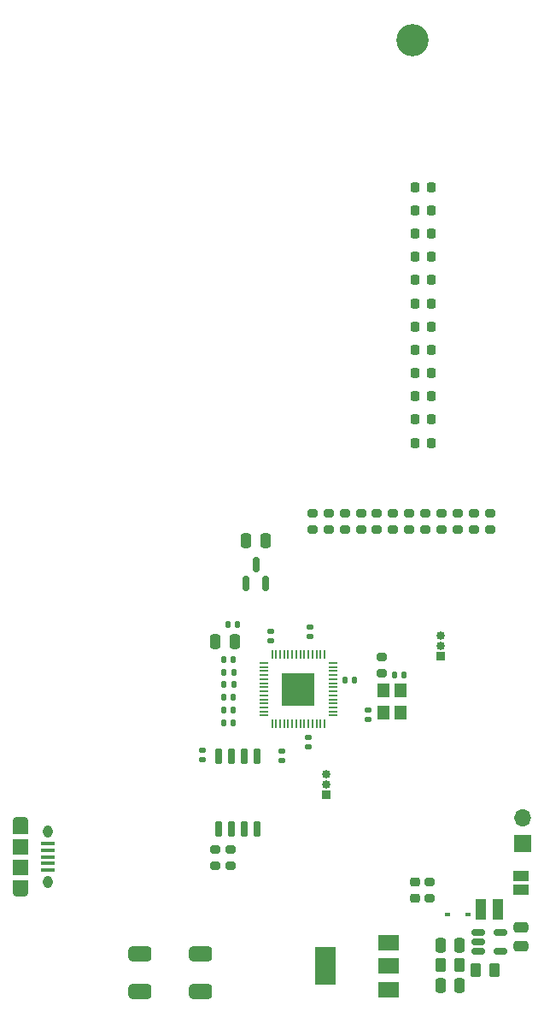
<source format=gbr>
%TF.GenerationSoftware,KiCad,Pcbnew,(6.0.8)*%
%TF.CreationDate,2022-12-11T00:01:36-05:00*%
%TF.ProjectId,Christmas Ornament 2022,43687269-7374-46d6-9173-204f726e616d,rev?*%
%TF.SameCoordinates,Original*%
%TF.FileFunction,Soldermask,Top*%
%TF.FilePolarity,Negative*%
%FSLAX46Y46*%
G04 Gerber Fmt 4.6, Leading zero omitted, Abs format (unit mm)*
G04 Created by KiCad (PCBNEW (6.0.8)) date 2022-12-11 00:01:36*
%MOMM*%
%LPD*%
G01*
G04 APERTURE LIST*
G04 Aperture macros list*
%AMRoundRect*
0 Rectangle with rounded corners*
0 $1 Rounding radius*
0 $2 $3 $4 $5 $6 $7 $8 $9 X,Y pos of 4 corners*
0 Add a 4 corners polygon primitive as box body*
4,1,4,$2,$3,$4,$5,$6,$7,$8,$9,$2,$3,0*
0 Add four circle primitives for the rounded corners*
1,1,$1+$1,$2,$3*
1,1,$1+$1,$4,$5*
1,1,$1+$1,$6,$7*
1,1,$1+$1,$8,$9*
0 Add four rect primitives between the rounded corners*
20,1,$1+$1,$2,$3,$4,$5,0*
20,1,$1+$1,$4,$5,$6,$7,0*
20,1,$1+$1,$6,$7,$8,$9,0*
20,1,$1+$1,$8,$9,$2,$3,0*%
G04 Aperture macros list end*
%ADD10RoundRect,0.218750X0.218750X0.256250X-0.218750X0.256250X-0.218750X-0.256250X0.218750X-0.256250X0*%
%ADD11RoundRect,0.381000X0.762000X0.381000X-0.762000X0.381000X-0.762000X-0.381000X0.762000X-0.381000X0*%
%ADD12R,1.200000X1.400000*%
%ADD13RoundRect,0.200000X-0.275000X0.200000X-0.275000X-0.200000X0.275000X-0.200000X0.275000X0.200000X0*%
%ADD14RoundRect,0.140000X0.140000X0.170000X-0.140000X0.170000X-0.140000X-0.170000X0.140000X-0.170000X0*%
%ADD15RoundRect,0.140000X0.170000X-0.140000X0.170000X0.140000X-0.170000X0.140000X-0.170000X-0.140000X0*%
%ADD16R,0.850000X0.850000*%
%ADD17O,0.850000X0.850000*%
%ADD18RoundRect,0.140000X-0.170000X0.140000X-0.170000X-0.140000X0.170000X-0.140000X0.170000X0.140000X0*%
%ADD19RoundRect,0.140000X-0.140000X-0.170000X0.140000X-0.170000X0.140000X0.170000X-0.140000X0.170000X0*%
%ADD20O,1.700000X1.700000*%
%ADD21R,1.700000X1.700000*%
%ADD22RoundRect,0.218750X-0.256250X0.218750X-0.256250X-0.218750X0.256250X-0.218750X0.256250X0.218750X0*%
%ADD23RoundRect,0.150000X0.150000X-0.587500X0.150000X0.587500X-0.150000X0.587500X-0.150000X-0.587500X0*%
%ADD24R,2.000000X1.500000*%
%ADD25R,2.000000X3.800000*%
%ADD26RoundRect,0.150000X-0.512500X-0.150000X0.512500X-0.150000X0.512500X0.150000X-0.512500X0.150000X0*%
%ADD27RoundRect,0.050000X0.050000X-0.387500X0.050000X0.387500X-0.050000X0.387500X-0.050000X-0.387500X0*%
%ADD28RoundRect,0.050000X0.387500X-0.050000X0.387500X0.050000X-0.387500X0.050000X-0.387500X-0.050000X0*%
%ADD29R,3.200000X3.200000*%
%ADD30RoundRect,0.150000X0.150000X-0.650000X0.150000X0.650000X-0.150000X0.650000X-0.150000X-0.650000X0*%
%ADD31RoundRect,0.250000X-0.262500X-0.450000X0.262500X-0.450000X0.262500X0.450000X-0.262500X0.450000X0*%
%ADD32RoundRect,0.200000X0.275000X-0.200000X0.275000X0.200000X-0.275000X0.200000X-0.275000X-0.200000X0*%
%ADD33RoundRect,0.135000X0.135000X0.185000X-0.135000X0.185000X-0.135000X-0.185000X0.135000X-0.185000X0*%
%ADD34R,1.100000X2.000000*%
%ADD35R,1.500000X1.000000*%
%ADD36O,1.550000X0.890000*%
%ADD37R,1.550000X1.500000*%
%ADD38O,0.950000X1.250000*%
%ADD39R,1.550000X1.200000*%
%ADD40R,1.350000X0.400000*%
%ADD41C,3.200000*%
%ADD42R,0.600000X0.450000*%
%ADD43RoundRect,0.250000X-0.250000X-0.475000X0.250000X-0.475000X0.250000X0.475000X-0.250000X0.475000X0*%
%ADD44RoundRect,0.250000X-0.475000X0.250000X-0.475000X-0.250000X0.475000X-0.250000X0.475000X0.250000X0*%
%ADD45RoundRect,0.250000X0.250000X0.475000X-0.250000X0.475000X-0.250000X-0.475000X0.250000X-0.475000X0*%
G04 APERTURE END LIST*
D10*
%TO.C,D10*%
X165375000Y-73100000D03*
X163800000Y-73100000D03*
%TD*%
%TO.C,D12*%
X165375000Y-68500000D03*
X163800000Y-68500000D03*
%TD*%
%TO.C,D2*%
X165387500Y-91499999D03*
X163812500Y-91499999D03*
%TD*%
%TO.C,D3*%
X165387500Y-89200000D03*
X163812500Y-89200000D03*
%TD*%
%TO.C,D1*%
X165387500Y-93800000D03*
X163812500Y-93800000D03*
%TD*%
%TO.C,D5*%
X163800000Y-84600000D03*
X165375000Y-84600000D03*
%TD*%
%TO.C,D6*%
X163800000Y-82299999D03*
X165375000Y-82299999D03*
%TD*%
%TO.C,D4*%
X163812500Y-86899999D03*
X165387500Y-86899999D03*
%TD*%
%TO.C,D7*%
X163800000Y-80000002D03*
X165375000Y-80000002D03*
%TD*%
%TO.C,D8*%
X165375000Y-77700000D03*
X163800000Y-77700000D03*
%TD*%
%TO.C,D9*%
X165375000Y-75400000D03*
X163800000Y-75400000D03*
%TD*%
%TO.C,D11*%
X165375000Y-70799999D03*
X163800000Y-70799999D03*
%TD*%
D11*
%TO.C,SW1*%
X142500000Y-148150000D03*
X136500000Y-148150000D03*
X136500000Y-144400000D03*
X142500000Y-144400000D03*
%TD*%
D12*
%TO.C,Y1*%
X160600000Y-118300000D03*
X160600000Y-120500000D03*
X162300000Y-120500000D03*
X162300000Y-118300000D03*
%TD*%
D13*
%TO.C,R20*%
X160500000Y-114975000D03*
X160500000Y-116625000D03*
%TD*%
D14*
%TO.C,C18*%
X162680000Y-116800000D03*
X161720000Y-116800000D03*
%TD*%
D15*
%TO.C,C17*%
X159150000Y-121180000D03*
X159150000Y-120220000D03*
%TD*%
D16*
%TO.C,J4*%
X166300000Y-114900000D03*
D17*
X166300000Y-113900000D03*
X166300000Y-112900000D03*
%TD*%
D16*
%TO.C,J2*%
X155000000Y-128600000D03*
D17*
X155000000Y-127600000D03*
X155000000Y-126600000D03*
%TD*%
D18*
%TO.C,C12*%
X150600000Y-124320000D03*
X150600000Y-125280000D03*
%TD*%
%TO.C,C11*%
X153200000Y-122970000D03*
X153200000Y-123930000D03*
%TD*%
D19*
%TO.C,C10*%
X156820000Y-117300000D03*
X157780000Y-117300000D03*
%TD*%
D15*
%TO.C,C9*%
X153400000Y-112980000D03*
X153400000Y-112020000D03*
%TD*%
%TO.C,C8*%
X149450000Y-112470000D03*
X149450000Y-113430000D03*
%TD*%
D14*
%TO.C,C7*%
X146160000Y-111750000D03*
X145200000Y-111750000D03*
%TD*%
%TO.C,C6*%
X145760000Y-119000000D03*
X144800000Y-119000000D03*
%TD*%
%TO.C,C5*%
X145760000Y-120250000D03*
X144800000Y-120250000D03*
%TD*%
%TO.C,C4*%
X145760000Y-115250000D03*
X144800000Y-115250000D03*
%TD*%
D15*
%TO.C,C3*%
X142700001Y-125180000D03*
X142700001Y-124220000D03*
%TD*%
D14*
%TO.C,C2*%
X145760000Y-121500000D03*
X144800000Y-121500000D03*
%TD*%
D20*
%TO.C,J3*%
X174400000Y-130935000D03*
D21*
X174400000Y-133475000D03*
%TD*%
D13*
%TO.C,R19*%
X165250000Y-138900000D03*
X165250000Y-137250000D03*
%TD*%
D22*
%TO.C,D14*%
X163750000Y-138862500D03*
X163750000Y-137287500D03*
%TD*%
D23*
%TO.C,U5*%
X148000000Y-105862500D03*
X148950000Y-107737500D03*
X147050000Y-107737500D03*
%TD*%
D24*
%TO.C,U4*%
X161150000Y-147900000D03*
D25*
X154850000Y-145600000D03*
D24*
X161150000Y-145600000D03*
X161150000Y-143300000D03*
%TD*%
D26*
%TO.C,U3*%
X170000000Y-142250000D03*
X170000000Y-143200000D03*
X170000000Y-144150000D03*
X172275000Y-144150000D03*
X172275000Y-142250000D03*
%TD*%
D27*
%TO.C,U2*%
X149600000Y-121637500D03*
X150000000Y-121637500D03*
X150400000Y-121637500D03*
X150800000Y-121637500D03*
X151200000Y-121637500D03*
X151600000Y-121637500D03*
X152000000Y-121637500D03*
X152400000Y-121637500D03*
X152800000Y-121637500D03*
X153200000Y-121637500D03*
X153600000Y-121637500D03*
X154000000Y-121637500D03*
X154400000Y-121637500D03*
X154800000Y-121637500D03*
D28*
X155637500Y-120800000D03*
X155637500Y-120400000D03*
X155637500Y-120000000D03*
X155637500Y-119600000D03*
X155637500Y-119200000D03*
X155637500Y-118800000D03*
X155637500Y-118400000D03*
X155637500Y-118000000D03*
X155637500Y-117600000D03*
X155637500Y-117200000D03*
X155637500Y-116800000D03*
X155637500Y-116400000D03*
X155637500Y-116000000D03*
X155637500Y-115600000D03*
D27*
X154800000Y-114762500D03*
X154400000Y-114762500D03*
X154000000Y-114762500D03*
X153600000Y-114762500D03*
X153200000Y-114762500D03*
X152800000Y-114762500D03*
X152400000Y-114762500D03*
X152000000Y-114762500D03*
X151600000Y-114762500D03*
X151200000Y-114762500D03*
X150800000Y-114762500D03*
X150400000Y-114762500D03*
X150000000Y-114762500D03*
X149600000Y-114762500D03*
D28*
X148762500Y-115600000D03*
X148762500Y-116000000D03*
X148762500Y-116400000D03*
X148762500Y-116800000D03*
X148762500Y-117200000D03*
X148762500Y-117600000D03*
X148762500Y-118000000D03*
X148762500Y-118400000D03*
X148762500Y-118800000D03*
X148762500Y-119200000D03*
X148762500Y-119600000D03*
X148762500Y-120000000D03*
X148762500Y-120400000D03*
X148762500Y-120800000D03*
D29*
X152200000Y-118200000D03*
%TD*%
D30*
%TO.C,U1*%
X144295000Y-132050000D03*
X145565000Y-132050000D03*
X146835000Y-132050000D03*
X148105000Y-132050000D03*
X148105000Y-124850000D03*
X146835000Y-124850000D03*
X145565000Y-124850000D03*
X144295000Y-124850000D03*
%TD*%
D31*
%TO.C,R18*%
X169800000Y-146000000D03*
X171625000Y-146000000D03*
%TD*%
%TO.C,R17*%
X166337500Y-145500000D03*
X168162500Y-145500000D03*
%TD*%
D32*
%TO.C,R16*%
X153600000Y-100775000D03*
X153600000Y-102425000D03*
%TD*%
%TO.C,R15*%
X155200000Y-100775000D03*
X155200000Y-102425000D03*
%TD*%
%TO.C,R14*%
X156800000Y-102425000D03*
X156800000Y-100775000D03*
%TD*%
%TO.C,R13*%
X158400000Y-100775000D03*
X158400000Y-102425000D03*
%TD*%
%TO.C,R12*%
X160000000Y-100775000D03*
X160000000Y-102425000D03*
%TD*%
%TO.C,R11*%
X161600000Y-100775000D03*
X161600000Y-102425000D03*
%TD*%
%TO.C,R10*%
X163200000Y-100775000D03*
X163200000Y-102425000D03*
%TD*%
%TO.C,R9*%
X164800000Y-100775000D03*
X164800000Y-102425000D03*
%TD*%
%TO.C,R8*%
X166400000Y-100775000D03*
X166400000Y-102425000D03*
%TD*%
%TO.C,R7*%
X168000000Y-100775000D03*
X168000000Y-102425000D03*
%TD*%
%TO.C,R6*%
X169600000Y-100775000D03*
X169600000Y-102425000D03*
%TD*%
%TO.C,R5*%
X171200000Y-102425000D03*
X171200000Y-100775000D03*
%TD*%
D33*
%TO.C,R4*%
X145790000Y-116500000D03*
X144770000Y-116500000D03*
%TD*%
%TO.C,R3*%
X145790000Y-117750000D03*
X144770000Y-117750000D03*
%TD*%
D13*
%TO.C,R2*%
X144000000Y-134050000D03*
X144000000Y-135700000D03*
%TD*%
D32*
%TO.C,R1*%
X145500000Y-135700000D03*
X145500000Y-134050000D03*
%TD*%
D34*
%TO.C,L1*%
X172012499Y-140000000D03*
X170262499Y-140000000D03*
%TD*%
D35*
%TO.C,JP1*%
X174250000Y-136700000D03*
X174250000Y-138000000D03*
%TD*%
D36*
%TO.C,J1*%
X124685000Y-131300000D03*
D37*
X124685000Y-133800000D03*
D38*
X127385000Y-132300000D03*
D39*
X124685000Y-137700000D03*
D36*
X124685000Y-138300000D03*
D37*
X124685000Y-135800000D03*
D38*
X127385000Y-137300000D03*
D39*
X124685000Y-131900000D03*
D40*
X127385000Y-136100000D03*
X127385000Y-135450000D03*
X127385000Y-134800000D03*
X127385000Y-134150000D03*
X127385000Y-133500000D03*
%TD*%
D41*
%TO.C,H1*%
X163500000Y-54000000D03*
%TD*%
D42*
%TO.C,D13*%
X166950000Y-140450000D03*
X169050000Y-140450000D03*
%TD*%
D43*
%TO.C,C16*%
X166300000Y-143500000D03*
X168200000Y-143500000D03*
%TD*%
%TO.C,C15*%
X166300000Y-147500000D03*
X168200000Y-147500000D03*
%TD*%
%TO.C,C14*%
X147050000Y-103500000D03*
X148950000Y-103500000D03*
%TD*%
D44*
%TO.C,C13*%
X174300000Y-143650000D03*
X174300000Y-141750000D03*
%TD*%
D45*
%TO.C,C1*%
X145880000Y-113500000D03*
X143980000Y-113500000D03*
%TD*%
M02*

</source>
